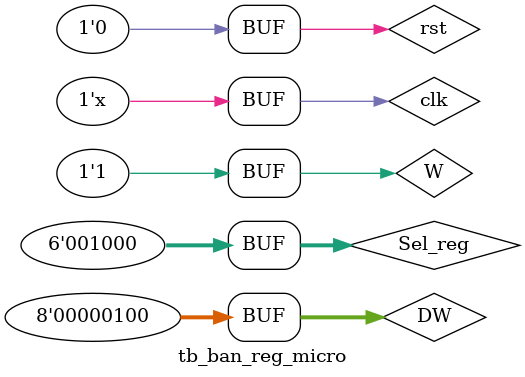
<source format=v>
`timescale 1ns / 1ps


module tb_ban_reg_micro;
     reg [5:0] Sel_reg;
     reg W;
     reg [7:0] DW;
     wire [7:0] Rx;
     wire [7:0] Ry;
     reg rst;
     reg clk
    ;
    
    ban_reg_micro uut
        (
           .Sel_reg(Sel_reg),
           .W(W),
           .DW(DW),
           .Rx(Rx),
           .Ry(Ry),
           .rst(rst),
           .clk(clk)
         );
           
    initial
        begin
            rst = 1;
            clk = 0;
            Sel_reg = 0;
            W = 0 ;
            DW = 0;
            
            #2 rst = 0; Sel_reg = 6'b000_000; W = 0; DW = 8'b00000000;
            #2 Sel_reg = 6'b000000; W = 1; DW = 8'b00001010;
            #2 Sel_reg = 6'b000001; W = 1; DW = 8'b00001011;
            #2 Sel_reg = 6'b000010; W = 1; DW = 8'b00001100;
            #2 Sel_reg = 6'b000011; W = 1; DW = 8'b00001101;
            #2 Sel_reg = 6'b000100; W = 1; DW = 8'b00001110;
            #2 Sel_reg = 6'b000101; W = 1; DW = 8'b00001111;
            #2 Sel_reg = 6'b000110; W = 1; DW = 8'b00010000;
            #2 Sel_reg = 6'b000111; W = 1; DW = 8'b00010001;
            
            #2 Sel_reg = 6'b001000; W = 0;
            #2 Sel_reg = 6'b011010; W = 0;
            #2 Sel_reg = 6'b101100; W = 0;
            #2 Sel_reg = 6'b111110; W = 0;
            
            #3 Sel_reg = 6'b000000; W = 1; DW = 8'b00000001;
            #2 Sel_reg = 6'b000001; W = 1; DW = 8'b00000011;
            #2 Sel_reg = 6'b001000; W = 1; DW = 8'b00000100;
        end
       
   always
        #1 clk = !clk;   
endmodule

</source>
